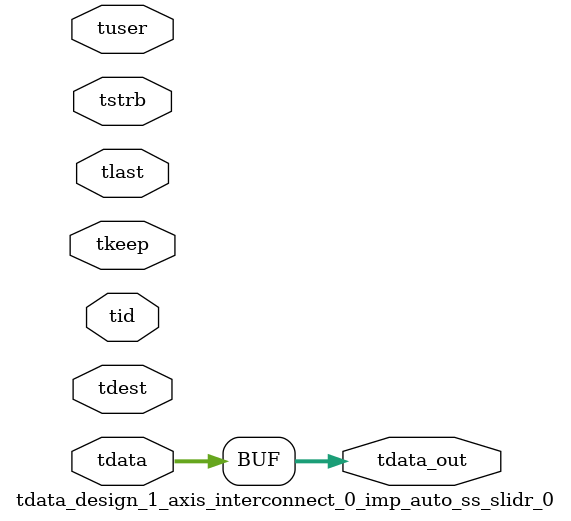
<source format=v>


`timescale 1ps/1ps

module tdata_design_1_axis_interconnect_0_imp_auto_ss_slidr_0 #
(
parameter C_S_AXIS_TDATA_WIDTH = 32,
parameter C_S_AXIS_TUSER_WIDTH = 0,
parameter C_S_AXIS_TID_WIDTH   = 0,
parameter C_S_AXIS_TDEST_WIDTH = 0,
parameter C_M_AXIS_TDATA_WIDTH = 32
)
(
input  [(C_S_AXIS_TDATA_WIDTH == 0 ? 1 : C_S_AXIS_TDATA_WIDTH)-1:0     ] tdata,
input  [(C_S_AXIS_TUSER_WIDTH == 0 ? 1 : C_S_AXIS_TUSER_WIDTH)-1:0     ] tuser,
input  [(C_S_AXIS_TID_WIDTH   == 0 ? 1 : C_S_AXIS_TID_WIDTH)-1:0       ] tid,
input  [(C_S_AXIS_TDEST_WIDTH == 0 ? 1 : C_S_AXIS_TDEST_WIDTH)-1:0     ] tdest,
input  [(C_S_AXIS_TDATA_WIDTH/8)-1:0 ] tkeep,
input  [(C_S_AXIS_TDATA_WIDTH/8)-1:0 ] tstrb,
input                                                                    tlast,
output [C_M_AXIS_TDATA_WIDTH-1:0] tdata_out
);

assign tdata_out = {tdata[63:0]};

endmodule


</source>
